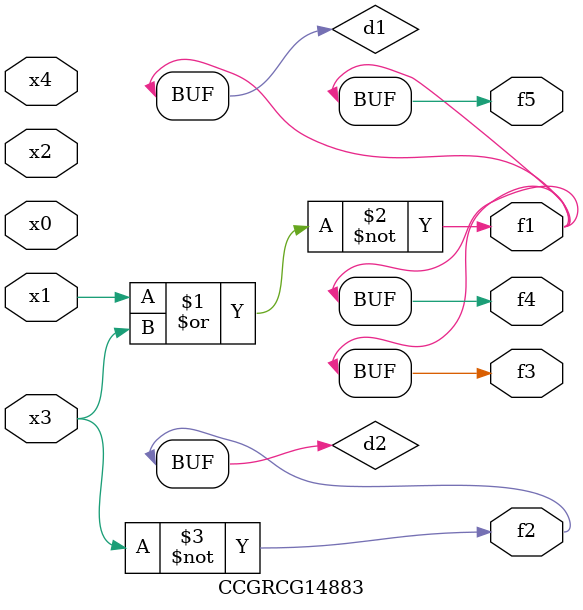
<source format=v>
module CCGRCG14883(
	input x0, x1, x2, x3, x4,
	output f1, f2, f3, f4, f5
);

	wire d1, d2;

	nor (d1, x1, x3);
	not (d2, x3);
	assign f1 = d1;
	assign f2 = d2;
	assign f3 = d1;
	assign f4 = d1;
	assign f5 = d1;
endmodule

</source>
